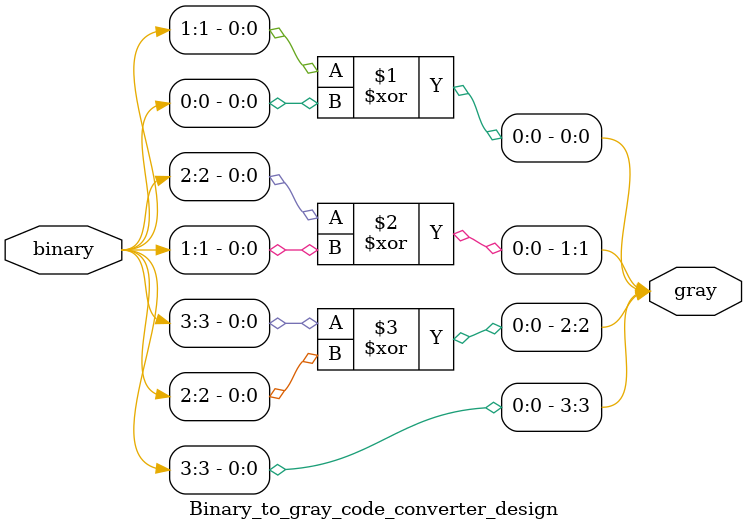
<source format=v>
`timescale 1ns / 1ps


module Binary_to_gray_code_converter_design(
    input [3:0]binary,
    output [3:0]gray
    );
    // Dataflow model
//    assign gray[3] = binary[3];
//    assign gray[2] = binary[3]^binary[2];
//    assign gray[1] = binary[2]^binary[1];
//    assign gray[0] = binary[1]^binary[0];
    // Behavioral model (reg required)
//        always @(*)begin
//            gray[3] = binary[3];
//            gray[2] = binary[3]^binary[2];
//            gray[1] = binary[2]^binary[1];
//            gray[0] = binary[1]^binary[0]; 
//        end
    // Gatalevel model   
    xor g0(gray[0],binary[1],binary[0]);   
    xor g1(gray[1],binary[2],binary[1]);    
    xor g2(gray[2],binary[3],binary[2]);    
    xor g3(gray[3],binary[3]);    
endmodule
</source>
